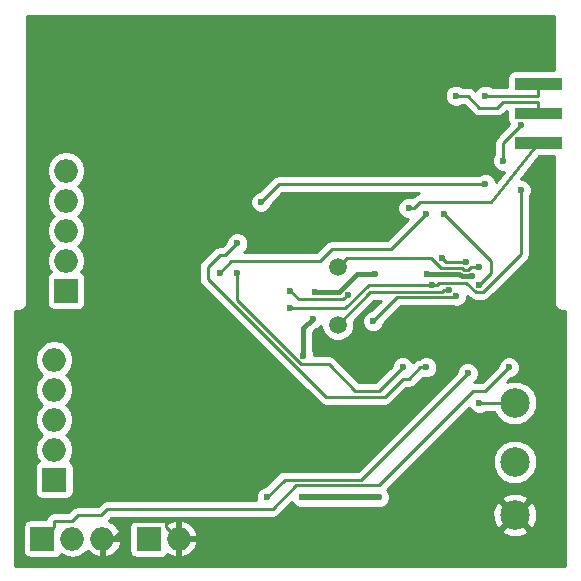
<source format=gbr>
G04 #@! TF.FileFunction,Copper,L2,Bot,Signal*
%FSLAX46Y46*%
G04 Gerber Fmt 4.6, Leading zero omitted, Abs format (unit mm)*
G04 Created by KiCad (PCBNEW 4.0.2-stable) date 2/24/2017 09:05:39*
%MOMM*%
G01*
G04 APERTURE LIST*
%ADD10C,0.100000*%
%ADD11O,1.998980X1.998980*%
%ADD12R,1.998980X1.998980*%
%ADD13C,2.499360*%
%ADD14C,1.500000*%
%ADD15C,0.600000*%
%ADD16C,0.250000*%
%ADD17C,0.400000*%
%ADD18C,0.500000*%
%ADD19C,0.254000*%
G04 APERTURE END LIST*
D10*
D11*
X200080000Y-70000000D03*
D12*
X195000000Y-70000000D03*
D11*
X197540000Y-70000000D03*
D13*
X235000000Y-58500000D03*
D11*
X206540000Y-70000000D03*
D12*
X204000000Y-70000000D03*
D10*
G36*
X235000000Y-31000000D02*
X239000000Y-31000000D01*
X239000000Y-32000000D01*
X235000000Y-32000000D01*
X235000000Y-31000000D01*
X235000000Y-31000000D01*
G37*
G36*
X235000000Y-33500000D02*
X239000000Y-33500000D01*
X239000000Y-34500000D01*
X235000000Y-34500000D01*
X235000000Y-33500000D01*
X235000000Y-33500000D01*
G37*
G36*
X235000000Y-36000000D02*
X239000000Y-36000000D01*
X239000000Y-37000000D01*
X235000000Y-37000000D01*
X235000000Y-36000000D01*
X235000000Y-36000000D01*
G37*
D11*
X196000000Y-57380000D03*
D12*
X196000000Y-65000000D03*
D11*
X196000000Y-62460000D03*
X196000000Y-59920000D03*
X196000000Y-54840000D03*
D13*
X235000000Y-68000000D03*
X235000000Y-63500000D03*
D11*
X197000000Y-41380000D03*
D12*
X197000000Y-49000000D03*
D11*
X197000000Y-46460000D03*
X197000000Y-43920000D03*
X197000000Y-38840000D03*
D14*
X220000000Y-47000000D03*
X220000000Y-51880000D03*
D15*
X232000000Y-47000000D03*
X229500000Y-50500000D03*
X232000000Y-50500000D03*
X228000000Y-51000000D03*
X222500000Y-56500000D03*
X217500000Y-37500000D03*
X211500000Y-37500000D03*
X229387315Y-48950029D03*
X218100000Y-49100000D03*
X217900000Y-51400000D03*
X217100000Y-54500000D03*
X217900000Y-51400000D03*
X218100000Y-49100000D03*
X223200000Y-47600000D03*
X227600000Y-47600000D03*
X231400000Y-47800000D03*
X223500000Y-66500000D03*
X217000000Y-66500000D03*
X234500000Y-55500000D03*
X213500000Y-41500000D03*
X232500000Y-40000000D03*
X227500000Y-42500000D03*
X210000000Y-47500000D03*
X230031675Y-49424180D03*
X230839006Y-46539020D03*
X228800000Y-46200000D03*
X223000000Y-51600000D03*
X228010593Y-48491228D03*
X235500000Y-35000000D03*
X234000000Y-38000000D03*
X235500000Y-40500000D03*
X216000000Y-50500000D03*
X226000000Y-42000000D03*
X230000000Y-32500000D03*
X220844989Y-49344989D03*
X216000000Y-49000000D03*
X211500000Y-47500000D03*
X225500000Y-55500000D03*
X211500000Y-45000000D03*
X227500000Y-55500000D03*
X231999980Y-48500020D03*
X232500000Y-32500000D03*
X229000000Y-42500000D03*
X231000000Y-56000000D03*
X214000000Y-66500000D03*
X232000000Y-58500000D03*
D16*
X220749999Y-46250001D02*
X220000000Y-47000000D01*
X227892478Y-46250001D02*
X220749999Y-46250001D01*
X230517466Y-47074989D02*
X228717466Y-47074989D01*
X231000009Y-47274989D02*
X230717466Y-47274989D01*
X228717466Y-47074989D02*
X227892478Y-46250001D01*
X231274998Y-47000000D02*
X231000009Y-47274989D01*
X230717466Y-47274989D02*
X230517466Y-47074989D01*
X232000000Y-47000000D02*
X231274998Y-47000000D01*
X232000000Y-50500000D02*
X229500000Y-50500000D01*
X228000000Y-51000000D02*
X222500000Y-56500000D01*
X217500000Y-37500000D02*
X211500000Y-37500000D01*
X206540000Y-70000000D02*
X206500000Y-70000000D01*
X206500000Y-70000000D02*
X205500000Y-69000000D01*
X205500000Y-69000000D02*
X205500000Y-68500000D01*
X205500000Y-68500000D02*
X202500000Y-68500000D01*
X202500000Y-68500000D02*
X201000000Y-70000000D01*
X201000000Y-70000000D02*
X200080000Y-70000000D01*
X228963051Y-48950029D02*
X229387315Y-48950029D01*
X228796850Y-49116230D02*
X228963051Y-48950029D01*
X222763770Y-49116230D02*
X228796850Y-49116230D01*
X220000000Y-51880000D02*
X222763770Y-49116230D01*
D17*
X227600000Y-47600000D02*
X230288722Y-47600000D01*
X230288722Y-47600000D02*
X230488722Y-47800000D01*
X230488722Y-47800000D02*
X230975736Y-47800000D01*
X230975736Y-47800000D02*
X231400000Y-47800000D01*
X221600000Y-47600000D02*
X223200000Y-47600000D01*
X218100000Y-49100000D02*
X220100000Y-49100000D01*
X220100000Y-49100000D02*
X221600000Y-47600000D01*
X217100000Y-54500000D02*
X217100000Y-52200000D01*
X217100000Y-52200000D02*
X217900000Y-51400000D01*
D16*
X197500000Y-70000000D02*
X197540000Y-70000000D01*
D18*
X223500000Y-66500000D02*
X217000000Y-66500000D01*
D16*
X234500000Y-55500000D02*
X232500000Y-57500000D01*
X232500000Y-57500000D02*
X231500000Y-57500000D01*
X231500000Y-57500000D02*
X223500000Y-65500000D01*
X223500000Y-65500000D02*
X216500000Y-65500000D01*
X216500000Y-65500000D02*
X214500000Y-67500000D01*
X214500000Y-67500000D02*
X200500000Y-67500000D01*
X200500000Y-67500000D02*
X200000000Y-68000000D01*
X200000000Y-68000000D02*
X198000000Y-68000000D01*
X198000000Y-68000000D02*
X197500000Y-68500000D01*
X197500000Y-68500000D02*
X196000000Y-68500000D01*
X196000000Y-68500000D02*
X196000000Y-69000000D01*
X196000000Y-69000000D02*
X195000000Y-70000000D01*
X213500000Y-41500000D02*
X215000000Y-40000000D01*
X215000000Y-40000000D02*
X232500000Y-40000000D01*
X227500000Y-42500000D02*
X224500000Y-45500000D01*
X224500000Y-45500000D02*
X219500000Y-45500000D01*
X219500000Y-45500000D02*
X218500000Y-46500000D01*
X218500000Y-46500000D02*
X211000000Y-46500000D01*
X211000000Y-46500000D02*
X210000000Y-47500000D01*
X229880824Y-49575031D02*
X230031675Y-49424180D01*
X223000000Y-51600000D02*
X225024969Y-49575031D01*
X225024969Y-49575031D02*
X229880824Y-49575031D01*
X228800000Y-46200000D02*
X229139020Y-46539020D01*
X229139020Y-46539020D02*
X230414742Y-46539020D01*
X230414742Y-46539020D02*
X230839006Y-46539020D01*
X230900007Y-48325009D02*
X228601076Y-48325009D01*
X231700019Y-49125021D02*
X230900007Y-48325009D01*
X232300001Y-49125021D02*
X231700019Y-49125021D01*
X235500000Y-45925022D02*
X232300001Y-49125021D01*
X235500000Y-40500000D02*
X235500000Y-45925022D01*
X228601076Y-48325009D02*
X228434857Y-48491228D01*
X228434857Y-48491228D02*
X228010593Y-48491228D01*
X216000000Y-50500000D02*
X220614982Y-50500000D01*
X222623754Y-48491228D02*
X227586329Y-48491228D01*
X227586329Y-48491228D02*
X228010593Y-48491228D01*
X220614982Y-50500000D02*
X222623754Y-48491228D01*
X234000000Y-38000000D02*
X234000000Y-36500000D01*
X234000000Y-36500000D02*
X235500000Y-35000000D01*
X237000000Y-36500000D02*
X233000000Y-41500000D01*
X233000000Y-41500000D02*
X227000000Y-41500000D01*
X227000000Y-41500000D02*
X226500000Y-42000000D01*
X226500000Y-42000000D02*
X226000000Y-42000000D01*
X237000000Y-34000000D02*
X237000000Y-33000000D01*
X237000000Y-33000000D02*
X234000000Y-33000000D01*
X234000000Y-33000000D02*
X233500000Y-33500000D01*
X233500000Y-33500000D02*
X232000000Y-33500000D01*
X232000000Y-33500000D02*
X231000000Y-32500000D01*
X231000000Y-32500000D02*
X230000000Y-32500000D01*
X216000000Y-49000000D02*
X216725002Y-49725002D01*
X220464976Y-49725002D02*
X220544990Y-49644988D01*
X220544990Y-49644988D02*
X220844989Y-49344989D01*
X216725002Y-49725002D02*
X220464976Y-49725002D01*
X225200001Y-55799999D02*
X225500000Y-55500000D01*
X219225002Y-55225002D02*
X221500000Y-57500000D01*
X211500000Y-47500000D02*
X211500000Y-49825004D01*
X223500000Y-57500000D02*
X225200001Y-55799999D01*
X221500000Y-57500000D02*
X223500000Y-57500000D01*
X216899998Y-55225002D02*
X219225002Y-55225002D01*
X211500000Y-49825004D02*
X216899998Y-55225002D01*
X211500000Y-45000000D02*
X210500000Y-46000000D01*
X210500000Y-46000000D02*
X210000000Y-46000000D01*
X210000000Y-46000000D02*
X209000000Y-47000000D01*
X209000000Y-47000000D02*
X209000000Y-48000000D01*
X209000000Y-48000000D02*
X219000000Y-58000000D01*
X219000000Y-58000000D02*
X224000000Y-58000000D01*
X224000000Y-58000000D02*
X225500000Y-56500000D01*
X225500000Y-56500000D02*
X226000000Y-56500000D01*
X226000000Y-56500000D02*
X227000000Y-55500000D01*
X227000000Y-55500000D02*
X227500000Y-55500000D01*
X232299979Y-48200021D02*
X231999980Y-48500020D01*
X233000000Y-47500000D02*
X232299979Y-48200021D01*
X229000000Y-42500000D02*
X233000000Y-46500000D01*
X233000000Y-46500000D02*
X233000000Y-47500000D01*
X237000000Y-31500000D02*
X237000000Y-32500000D01*
X237000000Y-32500000D02*
X232500000Y-32500000D01*
X215500000Y-65000000D02*
X222000000Y-65000000D01*
X222000000Y-65000000D02*
X231000000Y-56000000D01*
X214000000Y-66500000D02*
X215500000Y-65000000D01*
X232000000Y-58500000D02*
X235000000Y-58500000D01*
X197000000Y-41380000D02*
X197000000Y-41500000D01*
X197000000Y-46500000D02*
X197000000Y-46460000D01*
X197000000Y-43920000D02*
X197000000Y-44000000D01*
X197000000Y-38840000D02*
X197000000Y-39000000D01*
D19*
G36*
X238290000Y-30352560D02*
X235000000Y-30352560D01*
X234764683Y-30396838D01*
X234548559Y-30535910D01*
X234403569Y-30748110D01*
X234352560Y-31000000D01*
X234352560Y-31740000D01*
X233062463Y-31740000D01*
X233030327Y-31707808D01*
X232686799Y-31565162D01*
X232314833Y-31564838D01*
X231971057Y-31706883D01*
X231707808Y-31969673D01*
X231659885Y-32085083D01*
X231537401Y-31962599D01*
X231290839Y-31797852D01*
X231000000Y-31740000D01*
X230562463Y-31740000D01*
X230530327Y-31707808D01*
X230186799Y-31565162D01*
X229814833Y-31564838D01*
X229471057Y-31706883D01*
X229207808Y-31969673D01*
X229065162Y-32313201D01*
X229064838Y-32685167D01*
X229206883Y-33028943D01*
X229469673Y-33292192D01*
X229813201Y-33434838D01*
X230185167Y-33435162D01*
X230528943Y-33293117D01*
X230562118Y-33260000D01*
X230685198Y-33260000D01*
X231462599Y-34037401D01*
X231709161Y-34202148D01*
X232000000Y-34260000D01*
X233500000Y-34260000D01*
X233790839Y-34202148D01*
X234037401Y-34037401D01*
X234314802Y-33760000D01*
X234352560Y-33760000D01*
X234352560Y-34500000D01*
X234396838Y-34735317D01*
X234511575Y-34913623D01*
X233462599Y-35962599D01*
X233297852Y-36209161D01*
X233240000Y-36500000D01*
X233240000Y-37437537D01*
X233207808Y-37469673D01*
X233065162Y-37813201D01*
X233064838Y-38185167D01*
X233206883Y-38528943D01*
X233469673Y-38792192D01*
X233813201Y-38934838D01*
X234078670Y-38935069D01*
X233414624Y-39765127D01*
X233293117Y-39471057D01*
X233030327Y-39207808D01*
X232686799Y-39065162D01*
X232314833Y-39064838D01*
X231971057Y-39206883D01*
X231937882Y-39240000D01*
X215000000Y-39240000D01*
X214709160Y-39297852D01*
X214462599Y-39462599D01*
X213360320Y-40564878D01*
X213314833Y-40564838D01*
X212971057Y-40706883D01*
X212707808Y-40969673D01*
X212565162Y-41313201D01*
X212564838Y-41685167D01*
X212706883Y-42028943D01*
X212969673Y-42292192D01*
X213313201Y-42434838D01*
X213685167Y-42435162D01*
X214028943Y-42293117D01*
X214292192Y-42030327D01*
X214434838Y-41686799D01*
X214434879Y-41639923D01*
X215314802Y-40760000D01*
X226899454Y-40760000D01*
X226709161Y-40797852D01*
X226462599Y-40962599D01*
X226309207Y-41115991D01*
X226186799Y-41065162D01*
X225814833Y-41064838D01*
X225471057Y-41206883D01*
X225207808Y-41469673D01*
X225065162Y-41813201D01*
X225064838Y-42185167D01*
X225206883Y-42528943D01*
X225469673Y-42792192D01*
X225813201Y-42934838D01*
X225990206Y-42934992D01*
X224185198Y-44740000D01*
X219500000Y-44740000D01*
X219209161Y-44797852D01*
X218962599Y-44962599D01*
X218185198Y-45740000D01*
X212082153Y-45740000D01*
X212292192Y-45530327D01*
X212434838Y-45186799D01*
X212435162Y-44814833D01*
X212293117Y-44471057D01*
X212030327Y-44207808D01*
X211686799Y-44065162D01*
X211314833Y-44064838D01*
X210971057Y-44206883D01*
X210707808Y-44469673D01*
X210565162Y-44813201D01*
X210565121Y-44860077D01*
X210185198Y-45240000D01*
X210000000Y-45240000D01*
X209709161Y-45297852D01*
X209462599Y-45462599D01*
X208462599Y-46462599D01*
X208297852Y-46709161D01*
X208240000Y-47000000D01*
X208240000Y-48000000D01*
X208297852Y-48290839D01*
X208462599Y-48537401D01*
X218462599Y-58537401D01*
X218709161Y-58702148D01*
X219000000Y-58760000D01*
X224000000Y-58760000D01*
X224290839Y-58702148D01*
X224537401Y-58537401D01*
X225814802Y-57260000D01*
X226000000Y-57260000D01*
X226290839Y-57202148D01*
X226537401Y-57037401D01*
X227190793Y-56384009D01*
X227313201Y-56434838D01*
X227685167Y-56435162D01*
X228028943Y-56293117D01*
X228292192Y-56030327D01*
X228434838Y-55686799D01*
X228435162Y-55314833D01*
X228293117Y-54971057D01*
X228030327Y-54707808D01*
X227686799Y-54565162D01*
X227314833Y-54564838D01*
X226971057Y-54706883D01*
X226922424Y-54755431D01*
X226709161Y-54797852D01*
X226462599Y-54962599D01*
X226340197Y-55085001D01*
X226293117Y-54971057D01*
X226030327Y-54707808D01*
X225686799Y-54565162D01*
X225314833Y-54564838D01*
X224971057Y-54706883D01*
X224707808Y-54969673D01*
X224565162Y-55313201D01*
X224565121Y-55360077D01*
X223185198Y-56740000D01*
X221814802Y-56740000D01*
X219762403Y-54687601D01*
X219515841Y-54522854D01*
X219225002Y-54465002D01*
X218035031Y-54465002D01*
X218035162Y-54314833D01*
X217935000Y-54072422D01*
X217935000Y-52545868D01*
X218188333Y-52292535D01*
X218428943Y-52193117D01*
X218614888Y-52007496D01*
X218614760Y-52154285D01*
X218825169Y-52663515D01*
X219214436Y-53053461D01*
X219723298Y-53264759D01*
X220274285Y-53265240D01*
X220783515Y-53054831D01*
X221173461Y-52665564D01*
X221384759Y-52156702D01*
X221385240Y-51605715D01*
X221374670Y-51580132D01*
X223078572Y-49876230D01*
X223648968Y-49876230D01*
X222860320Y-50664878D01*
X222814833Y-50664838D01*
X222471057Y-50806883D01*
X222207808Y-51069673D01*
X222065162Y-51413201D01*
X222064838Y-51785167D01*
X222206883Y-52128943D01*
X222469673Y-52392192D01*
X222813201Y-52534838D01*
X223185167Y-52535162D01*
X223528943Y-52393117D01*
X223792192Y-52130327D01*
X223934838Y-51786799D01*
X223934879Y-51739923D01*
X225339771Y-50335031D01*
X229787109Y-50335031D01*
X229844876Y-50359018D01*
X230216842Y-50359342D01*
X230560618Y-50217297D01*
X230823867Y-49954507D01*
X230966513Y-49610979D01*
X230966639Y-49466443D01*
X231162618Y-49662422D01*
X231409180Y-49827169D01*
X231700019Y-49885021D01*
X232300001Y-49885021D01*
X232590840Y-49827169D01*
X232837402Y-49662422D01*
X236037401Y-46462423D01*
X236202148Y-46215861D01*
X236260000Y-45925022D01*
X236260000Y-41062463D01*
X236292192Y-41030327D01*
X236434838Y-40686799D01*
X236435162Y-40314833D01*
X236293117Y-39971057D01*
X236030327Y-39707808D01*
X235686799Y-39565162D01*
X235521260Y-39565018D01*
X237055322Y-37647440D01*
X238290000Y-37647440D01*
X238290000Y-50000000D01*
X238344046Y-50271705D01*
X238497954Y-50502046D01*
X238728295Y-50655954D01*
X239000000Y-50710000D01*
X239290000Y-50710000D01*
X239290000Y-72290000D01*
X192710000Y-72290000D01*
X192710000Y-69000510D01*
X193353070Y-69000510D01*
X193353070Y-70999490D01*
X193397348Y-71234807D01*
X193536420Y-71450931D01*
X193748620Y-71595921D01*
X194000510Y-71646930D01*
X195999490Y-71646930D01*
X196234807Y-71602652D01*
X196450931Y-71463580D01*
X196564390Y-71297527D01*
X196882486Y-71510072D01*
X197507978Y-71634490D01*
X197572022Y-71634490D01*
X198197514Y-71510072D01*
X198727781Y-71155759D01*
X198827379Y-71006700D01*
X199120274Y-71323068D01*
X199699645Y-71589627D01*
X199953000Y-71470807D01*
X199953000Y-70127000D01*
X200207000Y-70127000D01*
X200207000Y-71470807D01*
X200460355Y-71589627D01*
X201039726Y-71323068D01*
X201472987Y-70855084D01*
X201669619Y-70380354D01*
X201550265Y-70127000D01*
X200207000Y-70127000D01*
X199953000Y-70127000D01*
X199933000Y-70127000D01*
X199933000Y-69873000D01*
X199953000Y-69873000D01*
X199953000Y-69853000D01*
X200207000Y-69853000D01*
X200207000Y-69873000D01*
X201550265Y-69873000D01*
X201669619Y-69619646D01*
X201472987Y-69144916D01*
X201339296Y-69000510D01*
X202353070Y-69000510D01*
X202353070Y-70999490D01*
X202397348Y-71234807D01*
X202536420Y-71450931D01*
X202748620Y-71595921D01*
X203000510Y-71646930D01*
X204999490Y-71646930D01*
X205234807Y-71602652D01*
X205450931Y-71463580D01*
X205561094Y-71302351D01*
X205580274Y-71323068D01*
X206159645Y-71589627D01*
X206413000Y-71470807D01*
X206413000Y-70127000D01*
X206667000Y-70127000D01*
X206667000Y-71470807D01*
X206920355Y-71589627D01*
X207499726Y-71323068D01*
X207932987Y-70855084D01*
X208129619Y-70380354D01*
X208010265Y-70127000D01*
X206667000Y-70127000D01*
X206413000Y-70127000D01*
X206393000Y-70127000D01*
X206393000Y-69873000D01*
X206413000Y-69873000D01*
X206413000Y-68529193D01*
X206667000Y-68529193D01*
X206667000Y-69873000D01*
X208010265Y-69873000D01*
X208129619Y-69619646D01*
X208010928Y-69333089D01*
X233846517Y-69333089D01*
X233975725Y-69625859D01*
X234675883Y-69894071D01*
X235425384Y-69873928D01*
X236024275Y-69625859D01*
X236153483Y-69333089D01*
X235000000Y-68179605D01*
X233846517Y-69333089D01*
X208010928Y-69333089D01*
X207932987Y-69144916D01*
X207499726Y-68676932D01*
X206920355Y-68410373D01*
X206667000Y-68529193D01*
X206413000Y-68529193D01*
X206159645Y-68410373D01*
X205580274Y-68676932D01*
X205559970Y-68698863D01*
X205463580Y-68549069D01*
X205251380Y-68404079D01*
X204999490Y-68353070D01*
X203000510Y-68353070D01*
X202765193Y-68397348D01*
X202549069Y-68536420D01*
X202404079Y-68748620D01*
X202353070Y-69000510D01*
X201339296Y-69000510D01*
X201039726Y-68676932D01*
X200600124Y-68474678D01*
X200814802Y-68260000D01*
X214500000Y-68260000D01*
X214790839Y-68202148D01*
X215037401Y-68037401D01*
X215398919Y-67675883D01*
X233105929Y-67675883D01*
X233126072Y-68425384D01*
X233374141Y-69024275D01*
X233666911Y-69153483D01*
X234820395Y-68000000D01*
X235179605Y-68000000D01*
X236333089Y-69153483D01*
X236625859Y-69024275D01*
X236894071Y-68324117D01*
X236873928Y-67574616D01*
X236625859Y-66975725D01*
X236333089Y-66846517D01*
X235179605Y-68000000D01*
X234820395Y-68000000D01*
X233666911Y-66846517D01*
X233374141Y-66975725D01*
X233105929Y-67675883D01*
X215398919Y-67675883D01*
X216159803Y-66914999D01*
X216206883Y-67028943D01*
X216469673Y-67292192D01*
X216813201Y-67434838D01*
X217185167Y-67435162D01*
X217306569Y-67385000D01*
X223193178Y-67385000D01*
X223313201Y-67434838D01*
X223685167Y-67435162D01*
X224028943Y-67293117D01*
X224292192Y-67030327D01*
X224434838Y-66686799D01*
X224434855Y-66666911D01*
X233846517Y-66666911D01*
X235000000Y-67820395D01*
X236153483Y-66666911D01*
X236024275Y-66374141D01*
X235324117Y-66105929D01*
X234574616Y-66126072D01*
X233975725Y-66374141D01*
X233846517Y-66666911D01*
X224434855Y-66666911D01*
X224435162Y-66314833D01*
X224293117Y-65971057D01*
X224198514Y-65876288D01*
X226201561Y-63873241D01*
X233114994Y-63873241D01*
X233401314Y-64566191D01*
X233931021Y-65096822D01*
X234623469Y-65384352D01*
X235373241Y-65385006D01*
X236066191Y-65098686D01*
X236596822Y-64568979D01*
X236884352Y-63876531D01*
X236885006Y-63126759D01*
X236598686Y-62433809D01*
X236068979Y-61903178D01*
X235376531Y-61615648D01*
X234626759Y-61614994D01*
X233933809Y-61901314D01*
X233403178Y-62431021D01*
X233115648Y-63123469D01*
X233114994Y-63873241D01*
X226201561Y-63873241D01*
X231159803Y-58915000D01*
X231206883Y-59028943D01*
X231469673Y-59292192D01*
X231813201Y-59434838D01*
X232185167Y-59435162D01*
X232528943Y-59293117D01*
X232562118Y-59260000D01*
X233274799Y-59260000D01*
X233401314Y-59566191D01*
X233931021Y-60096822D01*
X234623469Y-60384352D01*
X235373241Y-60385006D01*
X236066191Y-60098686D01*
X236596822Y-59568979D01*
X236884352Y-58876531D01*
X236885006Y-58126759D01*
X236598686Y-57433809D01*
X236068979Y-56903178D01*
X235376531Y-56615648D01*
X234626759Y-56614994D01*
X234342253Y-56732549D01*
X234639680Y-56435122D01*
X234685167Y-56435162D01*
X235028943Y-56293117D01*
X235292192Y-56030327D01*
X235434838Y-55686799D01*
X235435162Y-55314833D01*
X235293117Y-54971057D01*
X235030327Y-54707808D01*
X234686799Y-54565162D01*
X234314833Y-54564838D01*
X233971057Y-54706883D01*
X233707808Y-54969673D01*
X233565162Y-55313201D01*
X233565121Y-55360077D01*
X232185198Y-56740000D01*
X231582153Y-56740000D01*
X231792192Y-56530327D01*
X231934838Y-56186799D01*
X231935162Y-55814833D01*
X231793117Y-55471057D01*
X231530327Y-55207808D01*
X231186799Y-55065162D01*
X230814833Y-55064838D01*
X230471057Y-55206883D01*
X230207808Y-55469673D01*
X230065162Y-55813201D01*
X230065121Y-55860077D01*
X221685198Y-64240000D01*
X215500000Y-64240000D01*
X215209160Y-64297852D01*
X214962599Y-64462599D01*
X213860320Y-65564878D01*
X213814833Y-65564838D01*
X213471057Y-65706883D01*
X213207808Y-65969673D01*
X213065162Y-66313201D01*
X213064838Y-66685167D01*
X213087494Y-66740000D01*
X200500000Y-66740000D01*
X200209161Y-66797852D01*
X199962599Y-66962599D01*
X199685198Y-67240000D01*
X198000000Y-67240000D01*
X197709161Y-67297852D01*
X197462599Y-67462599D01*
X197185198Y-67740000D01*
X196000000Y-67740000D01*
X195709161Y-67797852D01*
X195462599Y-67962599D01*
X195297852Y-68209161D01*
X195269226Y-68353070D01*
X194000510Y-68353070D01*
X193765193Y-68397348D01*
X193549069Y-68536420D01*
X193404079Y-68748620D01*
X193353070Y-69000510D01*
X192710000Y-69000510D01*
X192710000Y-64000510D01*
X194353070Y-64000510D01*
X194353070Y-65999490D01*
X194397348Y-66234807D01*
X194536420Y-66450931D01*
X194748620Y-66595921D01*
X195000510Y-66646930D01*
X196999490Y-66646930D01*
X197234807Y-66602652D01*
X197450931Y-66463580D01*
X197595921Y-66251380D01*
X197646930Y-65999490D01*
X197646930Y-64000510D01*
X197602652Y-63765193D01*
X197463580Y-63549069D01*
X197297527Y-63435610D01*
X197510072Y-63117514D01*
X197634490Y-62492022D01*
X197634490Y-62427978D01*
X197510072Y-61802486D01*
X197155759Y-61272219D01*
X197032710Y-61190000D01*
X197155759Y-61107781D01*
X197510072Y-60577514D01*
X197634490Y-59952022D01*
X197634490Y-59887978D01*
X197510072Y-59262486D01*
X197155759Y-58732219D01*
X197032710Y-58650000D01*
X197155759Y-58567781D01*
X197510072Y-58037514D01*
X197634490Y-57412022D01*
X197634490Y-57347978D01*
X197510072Y-56722486D01*
X197155759Y-56192219D01*
X197032710Y-56110000D01*
X197155759Y-56027781D01*
X197510072Y-55497514D01*
X197634490Y-54872022D01*
X197634490Y-54807978D01*
X197510072Y-54182486D01*
X197155759Y-53652219D01*
X196625492Y-53297906D01*
X196000000Y-53173488D01*
X195374508Y-53297906D01*
X194844241Y-53652219D01*
X194489928Y-54182486D01*
X194365510Y-54807978D01*
X194365510Y-54872022D01*
X194489928Y-55497514D01*
X194844241Y-56027781D01*
X194967290Y-56110000D01*
X194844241Y-56192219D01*
X194489928Y-56722486D01*
X194365510Y-57347978D01*
X194365510Y-57412022D01*
X194489928Y-58037514D01*
X194844241Y-58567781D01*
X194967290Y-58650000D01*
X194844241Y-58732219D01*
X194489928Y-59262486D01*
X194365510Y-59887978D01*
X194365510Y-59952022D01*
X194489928Y-60577514D01*
X194844241Y-61107781D01*
X194967290Y-61190000D01*
X194844241Y-61272219D01*
X194489928Y-61802486D01*
X194365510Y-62427978D01*
X194365510Y-62492022D01*
X194489928Y-63117514D01*
X194703453Y-63437077D01*
X194549069Y-63536420D01*
X194404079Y-63748620D01*
X194353070Y-64000510D01*
X192710000Y-64000510D01*
X192710000Y-50710000D01*
X193000000Y-50710000D01*
X193271705Y-50655954D01*
X193502046Y-50502046D01*
X193655954Y-50271705D01*
X193710000Y-50000000D01*
X193710000Y-48000510D01*
X195353070Y-48000510D01*
X195353070Y-49999490D01*
X195397348Y-50234807D01*
X195536420Y-50450931D01*
X195748620Y-50595921D01*
X196000510Y-50646930D01*
X197999490Y-50646930D01*
X198234807Y-50602652D01*
X198450931Y-50463580D01*
X198595921Y-50251380D01*
X198646930Y-49999490D01*
X198646930Y-48000510D01*
X198602652Y-47765193D01*
X198463580Y-47549069D01*
X198297527Y-47435610D01*
X198510072Y-47117514D01*
X198634490Y-46492022D01*
X198634490Y-46427978D01*
X198510072Y-45802486D01*
X198155759Y-45272219D01*
X198032710Y-45190000D01*
X198155759Y-45107781D01*
X198510072Y-44577514D01*
X198634490Y-43952022D01*
X198634490Y-43887978D01*
X198510072Y-43262486D01*
X198155759Y-42732219D01*
X198032710Y-42650000D01*
X198155759Y-42567781D01*
X198510072Y-42037514D01*
X198634490Y-41412022D01*
X198634490Y-41347978D01*
X198510072Y-40722486D01*
X198155759Y-40192219D01*
X198032710Y-40110000D01*
X198155759Y-40027781D01*
X198510072Y-39497514D01*
X198634490Y-38872022D01*
X198634490Y-38807978D01*
X198510072Y-38182486D01*
X198155759Y-37652219D01*
X197625492Y-37297906D01*
X197000000Y-37173488D01*
X196374508Y-37297906D01*
X195844241Y-37652219D01*
X195489928Y-38182486D01*
X195365510Y-38807978D01*
X195365510Y-38872022D01*
X195489928Y-39497514D01*
X195844241Y-40027781D01*
X195967290Y-40110000D01*
X195844241Y-40192219D01*
X195489928Y-40722486D01*
X195365510Y-41347978D01*
X195365510Y-41412022D01*
X195489928Y-42037514D01*
X195844241Y-42567781D01*
X195967290Y-42650000D01*
X195844241Y-42732219D01*
X195489928Y-43262486D01*
X195365510Y-43887978D01*
X195365510Y-43952022D01*
X195489928Y-44577514D01*
X195844241Y-45107781D01*
X195967290Y-45190000D01*
X195844241Y-45272219D01*
X195489928Y-45802486D01*
X195365510Y-46427978D01*
X195365510Y-46492022D01*
X195489928Y-47117514D01*
X195703453Y-47437077D01*
X195549069Y-47536420D01*
X195404079Y-47748620D01*
X195353070Y-48000510D01*
X193710000Y-48000510D01*
X193710000Y-25710000D01*
X238290000Y-25710000D01*
X238290000Y-30352560D01*
X238290000Y-30352560D01*
G37*
X238290000Y-30352560D02*
X235000000Y-30352560D01*
X234764683Y-30396838D01*
X234548559Y-30535910D01*
X234403569Y-30748110D01*
X234352560Y-31000000D01*
X234352560Y-31740000D01*
X233062463Y-31740000D01*
X233030327Y-31707808D01*
X232686799Y-31565162D01*
X232314833Y-31564838D01*
X231971057Y-31706883D01*
X231707808Y-31969673D01*
X231659885Y-32085083D01*
X231537401Y-31962599D01*
X231290839Y-31797852D01*
X231000000Y-31740000D01*
X230562463Y-31740000D01*
X230530327Y-31707808D01*
X230186799Y-31565162D01*
X229814833Y-31564838D01*
X229471057Y-31706883D01*
X229207808Y-31969673D01*
X229065162Y-32313201D01*
X229064838Y-32685167D01*
X229206883Y-33028943D01*
X229469673Y-33292192D01*
X229813201Y-33434838D01*
X230185167Y-33435162D01*
X230528943Y-33293117D01*
X230562118Y-33260000D01*
X230685198Y-33260000D01*
X231462599Y-34037401D01*
X231709161Y-34202148D01*
X232000000Y-34260000D01*
X233500000Y-34260000D01*
X233790839Y-34202148D01*
X234037401Y-34037401D01*
X234314802Y-33760000D01*
X234352560Y-33760000D01*
X234352560Y-34500000D01*
X234396838Y-34735317D01*
X234511575Y-34913623D01*
X233462599Y-35962599D01*
X233297852Y-36209161D01*
X233240000Y-36500000D01*
X233240000Y-37437537D01*
X233207808Y-37469673D01*
X233065162Y-37813201D01*
X233064838Y-38185167D01*
X233206883Y-38528943D01*
X233469673Y-38792192D01*
X233813201Y-38934838D01*
X234078670Y-38935069D01*
X233414624Y-39765127D01*
X233293117Y-39471057D01*
X233030327Y-39207808D01*
X232686799Y-39065162D01*
X232314833Y-39064838D01*
X231971057Y-39206883D01*
X231937882Y-39240000D01*
X215000000Y-39240000D01*
X214709160Y-39297852D01*
X214462599Y-39462599D01*
X213360320Y-40564878D01*
X213314833Y-40564838D01*
X212971057Y-40706883D01*
X212707808Y-40969673D01*
X212565162Y-41313201D01*
X212564838Y-41685167D01*
X212706883Y-42028943D01*
X212969673Y-42292192D01*
X213313201Y-42434838D01*
X213685167Y-42435162D01*
X214028943Y-42293117D01*
X214292192Y-42030327D01*
X214434838Y-41686799D01*
X214434879Y-41639923D01*
X215314802Y-40760000D01*
X226899454Y-40760000D01*
X226709161Y-40797852D01*
X226462599Y-40962599D01*
X226309207Y-41115991D01*
X226186799Y-41065162D01*
X225814833Y-41064838D01*
X225471057Y-41206883D01*
X225207808Y-41469673D01*
X225065162Y-41813201D01*
X225064838Y-42185167D01*
X225206883Y-42528943D01*
X225469673Y-42792192D01*
X225813201Y-42934838D01*
X225990206Y-42934992D01*
X224185198Y-44740000D01*
X219500000Y-44740000D01*
X219209161Y-44797852D01*
X218962599Y-44962599D01*
X218185198Y-45740000D01*
X212082153Y-45740000D01*
X212292192Y-45530327D01*
X212434838Y-45186799D01*
X212435162Y-44814833D01*
X212293117Y-44471057D01*
X212030327Y-44207808D01*
X211686799Y-44065162D01*
X211314833Y-44064838D01*
X210971057Y-44206883D01*
X210707808Y-44469673D01*
X210565162Y-44813201D01*
X210565121Y-44860077D01*
X210185198Y-45240000D01*
X210000000Y-45240000D01*
X209709161Y-45297852D01*
X209462599Y-45462599D01*
X208462599Y-46462599D01*
X208297852Y-46709161D01*
X208240000Y-47000000D01*
X208240000Y-48000000D01*
X208297852Y-48290839D01*
X208462599Y-48537401D01*
X218462599Y-58537401D01*
X218709161Y-58702148D01*
X219000000Y-58760000D01*
X224000000Y-58760000D01*
X224290839Y-58702148D01*
X224537401Y-58537401D01*
X225814802Y-57260000D01*
X226000000Y-57260000D01*
X226290839Y-57202148D01*
X226537401Y-57037401D01*
X227190793Y-56384009D01*
X227313201Y-56434838D01*
X227685167Y-56435162D01*
X228028943Y-56293117D01*
X228292192Y-56030327D01*
X228434838Y-55686799D01*
X228435162Y-55314833D01*
X228293117Y-54971057D01*
X228030327Y-54707808D01*
X227686799Y-54565162D01*
X227314833Y-54564838D01*
X226971057Y-54706883D01*
X226922424Y-54755431D01*
X226709161Y-54797852D01*
X226462599Y-54962599D01*
X226340197Y-55085001D01*
X226293117Y-54971057D01*
X226030327Y-54707808D01*
X225686799Y-54565162D01*
X225314833Y-54564838D01*
X224971057Y-54706883D01*
X224707808Y-54969673D01*
X224565162Y-55313201D01*
X224565121Y-55360077D01*
X223185198Y-56740000D01*
X221814802Y-56740000D01*
X219762403Y-54687601D01*
X219515841Y-54522854D01*
X219225002Y-54465002D01*
X218035031Y-54465002D01*
X218035162Y-54314833D01*
X217935000Y-54072422D01*
X217935000Y-52545868D01*
X218188333Y-52292535D01*
X218428943Y-52193117D01*
X218614888Y-52007496D01*
X218614760Y-52154285D01*
X218825169Y-52663515D01*
X219214436Y-53053461D01*
X219723298Y-53264759D01*
X220274285Y-53265240D01*
X220783515Y-53054831D01*
X221173461Y-52665564D01*
X221384759Y-52156702D01*
X221385240Y-51605715D01*
X221374670Y-51580132D01*
X223078572Y-49876230D01*
X223648968Y-49876230D01*
X222860320Y-50664878D01*
X222814833Y-50664838D01*
X222471057Y-50806883D01*
X222207808Y-51069673D01*
X222065162Y-51413201D01*
X222064838Y-51785167D01*
X222206883Y-52128943D01*
X222469673Y-52392192D01*
X222813201Y-52534838D01*
X223185167Y-52535162D01*
X223528943Y-52393117D01*
X223792192Y-52130327D01*
X223934838Y-51786799D01*
X223934879Y-51739923D01*
X225339771Y-50335031D01*
X229787109Y-50335031D01*
X229844876Y-50359018D01*
X230216842Y-50359342D01*
X230560618Y-50217297D01*
X230823867Y-49954507D01*
X230966513Y-49610979D01*
X230966639Y-49466443D01*
X231162618Y-49662422D01*
X231409180Y-49827169D01*
X231700019Y-49885021D01*
X232300001Y-49885021D01*
X232590840Y-49827169D01*
X232837402Y-49662422D01*
X236037401Y-46462423D01*
X236202148Y-46215861D01*
X236260000Y-45925022D01*
X236260000Y-41062463D01*
X236292192Y-41030327D01*
X236434838Y-40686799D01*
X236435162Y-40314833D01*
X236293117Y-39971057D01*
X236030327Y-39707808D01*
X235686799Y-39565162D01*
X235521260Y-39565018D01*
X237055322Y-37647440D01*
X238290000Y-37647440D01*
X238290000Y-50000000D01*
X238344046Y-50271705D01*
X238497954Y-50502046D01*
X238728295Y-50655954D01*
X239000000Y-50710000D01*
X239290000Y-50710000D01*
X239290000Y-72290000D01*
X192710000Y-72290000D01*
X192710000Y-69000510D01*
X193353070Y-69000510D01*
X193353070Y-70999490D01*
X193397348Y-71234807D01*
X193536420Y-71450931D01*
X193748620Y-71595921D01*
X194000510Y-71646930D01*
X195999490Y-71646930D01*
X196234807Y-71602652D01*
X196450931Y-71463580D01*
X196564390Y-71297527D01*
X196882486Y-71510072D01*
X197507978Y-71634490D01*
X197572022Y-71634490D01*
X198197514Y-71510072D01*
X198727781Y-71155759D01*
X198827379Y-71006700D01*
X199120274Y-71323068D01*
X199699645Y-71589627D01*
X199953000Y-71470807D01*
X199953000Y-70127000D01*
X200207000Y-70127000D01*
X200207000Y-71470807D01*
X200460355Y-71589627D01*
X201039726Y-71323068D01*
X201472987Y-70855084D01*
X201669619Y-70380354D01*
X201550265Y-70127000D01*
X200207000Y-70127000D01*
X199953000Y-70127000D01*
X199933000Y-70127000D01*
X199933000Y-69873000D01*
X199953000Y-69873000D01*
X199953000Y-69853000D01*
X200207000Y-69853000D01*
X200207000Y-69873000D01*
X201550265Y-69873000D01*
X201669619Y-69619646D01*
X201472987Y-69144916D01*
X201339296Y-69000510D01*
X202353070Y-69000510D01*
X202353070Y-70999490D01*
X202397348Y-71234807D01*
X202536420Y-71450931D01*
X202748620Y-71595921D01*
X203000510Y-71646930D01*
X204999490Y-71646930D01*
X205234807Y-71602652D01*
X205450931Y-71463580D01*
X205561094Y-71302351D01*
X205580274Y-71323068D01*
X206159645Y-71589627D01*
X206413000Y-71470807D01*
X206413000Y-70127000D01*
X206667000Y-70127000D01*
X206667000Y-71470807D01*
X206920355Y-71589627D01*
X207499726Y-71323068D01*
X207932987Y-70855084D01*
X208129619Y-70380354D01*
X208010265Y-70127000D01*
X206667000Y-70127000D01*
X206413000Y-70127000D01*
X206393000Y-70127000D01*
X206393000Y-69873000D01*
X206413000Y-69873000D01*
X206413000Y-68529193D01*
X206667000Y-68529193D01*
X206667000Y-69873000D01*
X208010265Y-69873000D01*
X208129619Y-69619646D01*
X208010928Y-69333089D01*
X233846517Y-69333089D01*
X233975725Y-69625859D01*
X234675883Y-69894071D01*
X235425384Y-69873928D01*
X236024275Y-69625859D01*
X236153483Y-69333089D01*
X235000000Y-68179605D01*
X233846517Y-69333089D01*
X208010928Y-69333089D01*
X207932987Y-69144916D01*
X207499726Y-68676932D01*
X206920355Y-68410373D01*
X206667000Y-68529193D01*
X206413000Y-68529193D01*
X206159645Y-68410373D01*
X205580274Y-68676932D01*
X205559970Y-68698863D01*
X205463580Y-68549069D01*
X205251380Y-68404079D01*
X204999490Y-68353070D01*
X203000510Y-68353070D01*
X202765193Y-68397348D01*
X202549069Y-68536420D01*
X202404079Y-68748620D01*
X202353070Y-69000510D01*
X201339296Y-69000510D01*
X201039726Y-68676932D01*
X200600124Y-68474678D01*
X200814802Y-68260000D01*
X214500000Y-68260000D01*
X214790839Y-68202148D01*
X215037401Y-68037401D01*
X215398919Y-67675883D01*
X233105929Y-67675883D01*
X233126072Y-68425384D01*
X233374141Y-69024275D01*
X233666911Y-69153483D01*
X234820395Y-68000000D01*
X235179605Y-68000000D01*
X236333089Y-69153483D01*
X236625859Y-69024275D01*
X236894071Y-68324117D01*
X236873928Y-67574616D01*
X236625859Y-66975725D01*
X236333089Y-66846517D01*
X235179605Y-68000000D01*
X234820395Y-68000000D01*
X233666911Y-66846517D01*
X233374141Y-66975725D01*
X233105929Y-67675883D01*
X215398919Y-67675883D01*
X216159803Y-66914999D01*
X216206883Y-67028943D01*
X216469673Y-67292192D01*
X216813201Y-67434838D01*
X217185167Y-67435162D01*
X217306569Y-67385000D01*
X223193178Y-67385000D01*
X223313201Y-67434838D01*
X223685167Y-67435162D01*
X224028943Y-67293117D01*
X224292192Y-67030327D01*
X224434838Y-66686799D01*
X224434855Y-66666911D01*
X233846517Y-66666911D01*
X235000000Y-67820395D01*
X236153483Y-66666911D01*
X236024275Y-66374141D01*
X235324117Y-66105929D01*
X234574616Y-66126072D01*
X233975725Y-66374141D01*
X233846517Y-66666911D01*
X224434855Y-66666911D01*
X224435162Y-66314833D01*
X224293117Y-65971057D01*
X224198514Y-65876288D01*
X226201561Y-63873241D01*
X233114994Y-63873241D01*
X233401314Y-64566191D01*
X233931021Y-65096822D01*
X234623469Y-65384352D01*
X235373241Y-65385006D01*
X236066191Y-65098686D01*
X236596822Y-64568979D01*
X236884352Y-63876531D01*
X236885006Y-63126759D01*
X236598686Y-62433809D01*
X236068979Y-61903178D01*
X235376531Y-61615648D01*
X234626759Y-61614994D01*
X233933809Y-61901314D01*
X233403178Y-62431021D01*
X233115648Y-63123469D01*
X233114994Y-63873241D01*
X226201561Y-63873241D01*
X231159803Y-58915000D01*
X231206883Y-59028943D01*
X231469673Y-59292192D01*
X231813201Y-59434838D01*
X232185167Y-59435162D01*
X232528943Y-59293117D01*
X232562118Y-59260000D01*
X233274799Y-59260000D01*
X233401314Y-59566191D01*
X233931021Y-60096822D01*
X234623469Y-60384352D01*
X235373241Y-60385006D01*
X236066191Y-60098686D01*
X236596822Y-59568979D01*
X236884352Y-58876531D01*
X236885006Y-58126759D01*
X236598686Y-57433809D01*
X236068979Y-56903178D01*
X235376531Y-56615648D01*
X234626759Y-56614994D01*
X234342253Y-56732549D01*
X234639680Y-56435122D01*
X234685167Y-56435162D01*
X235028943Y-56293117D01*
X235292192Y-56030327D01*
X235434838Y-55686799D01*
X235435162Y-55314833D01*
X235293117Y-54971057D01*
X235030327Y-54707808D01*
X234686799Y-54565162D01*
X234314833Y-54564838D01*
X233971057Y-54706883D01*
X233707808Y-54969673D01*
X233565162Y-55313201D01*
X233565121Y-55360077D01*
X232185198Y-56740000D01*
X231582153Y-56740000D01*
X231792192Y-56530327D01*
X231934838Y-56186799D01*
X231935162Y-55814833D01*
X231793117Y-55471057D01*
X231530327Y-55207808D01*
X231186799Y-55065162D01*
X230814833Y-55064838D01*
X230471057Y-55206883D01*
X230207808Y-55469673D01*
X230065162Y-55813201D01*
X230065121Y-55860077D01*
X221685198Y-64240000D01*
X215500000Y-64240000D01*
X215209160Y-64297852D01*
X214962599Y-64462599D01*
X213860320Y-65564878D01*
X213814833Y-65564838D01*
X213471057Y-65706883D01*
X213207808Y-65969673D01*
X213065162Y-66313201D01*
X213064838Y-66685167D01*
X213087494Y-66740000D01*
X200500000Y-66740000D01*
X200209161Y-66797852D01*
X199962599Y-66962599D01*
X199685198Y-67240000D01*
X198000000Y-67240000D01*
X197709161Y-67297852D01*
X197462599Y-67462599D01*
X197185198Y-67740000D01*
X196000000Y-67740000D01*
X195709161Y-67797852D01*
X195462599Y-67962599D01*
X195297852Y-68209161D01*
X195269226Y-68353070D01*
X194000510Y-68353070D01*
X193765193Y-68397348D01*
X193549069Y-68536420D01*
X193404079Y-68748620D01*
X193353070Y-69000510D01*
X192710000Y-69000510D01*
X192710000Y-64000510D01*
X194353070Y-64000510D01*
X194353070Y-65999490D01*
X194397348Y-66234807D01*
X194536420Y-66450931D01*
X194748620Y-66595921D01*
X195000510Y-66646930D01*
X196999490Y-66646930D01*
X197234807Y-66602652D01*
X197450931Y-66463580D01*
X197595921Y-66251380D01*
X197646930Y-65999490D01*
X197646930Y-64000510D01*
X197602652Y-63765193D01*
X197463580Y-63549069D01*
X197297527Y-63435610D01*
X197510072Y-63117514D01*
X197634490Y-62492022D01*
X197634490Y-62427978D01*
X197510072Y-61802486D01*
X197155759Y-61272219D01*
X197032710Y-61190000D01*
X197155759Y-61107781D01*
X197510072Y-60577514D01*
X197634490Y-59952022D01*
X197634490Y-59887978D01*
X197510072Y-59262486D01*
X197155759Y-58732219D01*
X197032710Y-58650000D01*
X197155759Y-58567781D01*
X197510072Y-58037514D01*
X197634490Y-57412022D01*
X197634490Y-57347978D01*
X197510072Y-56722486D01*
X197155759Y-56192219D01*
X197032710Y-56110000D01*
X197155759Y-56027781D01*
X197510072Y-55497514D01*
X197634490Y-54872022D01*
X197634490Y-54807978D01*
X197510072Y-54182486D01*
X197155759Y-53652219D01*
X196625492Y-53297906D01*
X196000000Y-53173488D01*
X195374508Y-53297906D01*
X194844241Y-53652219D01*
X194489928Y-54182486D01*
X194365510Y-54807978D01*
X194365510Y-54872022D01*
X194489928Y-55497514D01*
X194844241Y-56027781D01*
X194967290Y-56110000D01*
X194844241Y-56192219D01*
X194489928Y-56722486D01*
X194365510Y-57347978D01*
X194365510Y-57412022D01*
X194489928Y-58037514D01*
X194844241Y-58567781D01*
X194967290Y-58650000D01*
X194844241Y-58732219D01*
X194489928Y-59262486D01*
X194365510Y-59887978D01*
X194365510Y-59952022D01*
X194489928Y-60577514D01*
X194844241Y-61107781D01*
X194967290Y-61190000D01*
X194844241Y-61272219D01*
X194489928Y-61802486D01*
X194365510Y-62427978D01*
X194365510Y-62492022D01*
X194489928Y-63117514D01*
X194703453Y-63437077D01*
X194549069Y-63536420D01*
X194404079Y-63748620D01*
X194353070Y-64000510D01*
X192710000Y-64000510D01*
X192710000Y-50710000D01*
X193000000Y-50710000D01*
X193271705Y-50655954D01*
X193502046Y-50502046D01*
X193655954Y-50271705D01*
X193710000Y-50000000D01*
X193710000Y-48000510D01*
X195353070Y-48000510D01*
X195353070Y-49999490D01*
X195397348Y-50234807D01*
X195536420Y-50450931D01*
X195748620Y-50595921D01*
X196000510Y-50646930D01*
X197999490Y-50646930D01*
X198234807Y-50602652D01*
X198450931Y-50463580D01*
X198595921Y-50251380D01*
X198646930Y-49999490D01*
X198646930Y-48000510D01*
X198602652Y-47765193D01*
X198463580Y-47549069D01*
X198297527Y-47435610D01*
X198510072Y-47117514D01*
X198634490Y-46492022D01*
X198634490Y-46427978D01*
X198510072Y-45802486D01*
X198155759Y-45272219D01*
X198032710Y-45190000D01*
X198155759Y-45107781D01*
X198510072Y-44577514D01*
X198634490Y-43952022D01*
X198634490Y-43887978D01*
X198510072Y-43262486D01*
X198155759Y-42732219D01*
X198032710Y-42650000D01*
X198155759Y-42567781D01*
X198510072Y-42037514D01*
X198634490Y-41412022D01*
X198634490Y-41347978D01*
X198510072Y-40722486D01*
X198155759Y-40192219D01*
X198032710Y-40110000D01*
X198155759Y-40027781D01*
X198510072Y-39497514D01*
X198634490Y-38872022D01*
X198634490Y-38807978D01*
X198510072Y-38182486D01*
X198155759Y-37652219D01*
X197625492Y-37297906D01*
X197000000Y-37173488D01*
X196374508Y-37297906D01*
X195844241Y-37652219D01*
X195489928Y-38182486D01*
X195365510Y-38807978D01*
X195365510Y-38872022D01*
X195489928Y-39497514D01*
X195844241Y-40027781D01*
X195967290Y-40110000D01*
X195844241Y-40192219D01*
X195489928Y-40722486D01*
X195365510Y-41347978D01*
X195365510Y-41412022D01*
X195489928Y-42037514D01*
X195844241Y-42567781D01*
X195967290Y-42650000D01*
X195844241Y-42732219D01*
X195489928Y-43262486D01*
X195365510Y-43887978D01*
X195365510Y-43952022D01*
X195489928Y-44577514D01*
X195844241Y-45107781D01*
X195967290Y-45190000D01*
X195844241Y-45272219D01*
X195489928Y-45802486D01*
X195365510Y-46427978D01*
X195365510Y-46492022D01*
X195489928Y-47117514D01*
X195703453Y-47437077D01*
X195549069Y-47536420D01*
X195404079Y-47748620D01*
X195353070Y-48000510D01*
X193710000Y-48000510D01*
X193710000Y-25710000D01*
X238290000Y-25710000D01*
X238290000Y-30352560D01*
M02*

</source>
